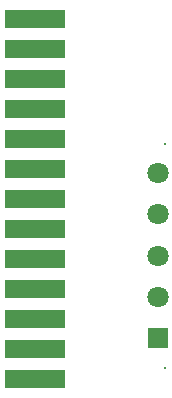
<source format=gts>
G04*
G04 #@! TF.GenerationSoftware,Altium Limited,Altium Designer,20.0.9 (164)*
G04*
G04 Layer_Color=8388736*
%FSLAX25Y25*%
%MOIN*%
G70*
G01*
G75*
%ADD14R,0.20485X0.06312*%
%ADD15R,0.07099X0.07099*%
%ADD16C,0.00800*%
%ADD17C,0.07099*%
D14*
X11100Y124000D02*
D03*
Y114000D02*
D03*
Y104000D02*
D03*
Y94000D02*
D03*
Y84000D02*
D03*
Y74000D02*
D03*
Y64000D02*
D03*
Y54000D02*
D03*
Y44000D02*
D03*
Y34000D02*
D03*
Y24000D02*
D03*
Y14000D02*
D03*
Y4000D02*
D03*
D15*
X52000Y17556D02*
D03*
D16*
X54480Y7714D02*
D03*
Y82517D02*
D03*
D17*
X52000Y31336D02*
D03*
Y45115D02*
D03*
Y58895D02*
D03*
Y72674D02*
D03*
M02*

</source>
